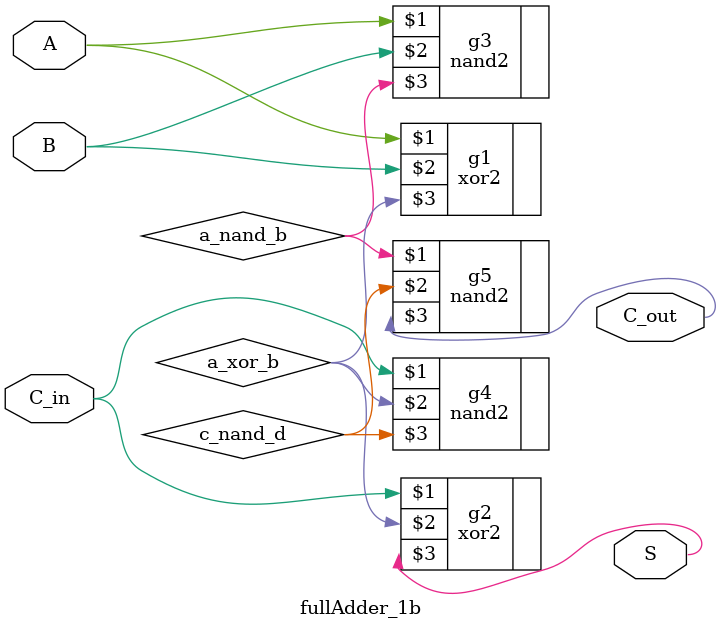
<source format=v>
/*
    CS/ECE 552 Spring '19
    Homework #3, Problem 2
    
    a 1-bit full adder
    @author Michael Yang
*/
module fullAdder_1b(A, B, C_in, S, C_out);
    input  A, B;
    input  C_in;
    output S;
    output C_out;

    // YOUR CODE HERE
    wire a_xor_b, a_nand_b, c_nand_d;
    xor2 g1(A, B, a_xor_b),
        g2(C_in, a_xor_b, S); 
    nand2 g3(A, B, a_nand_b),
        g4(C_in, a_xor_b, c_nand_d),
        g5(a_nand_b, c_nand_d, C_out); 

endmodule

</source>
